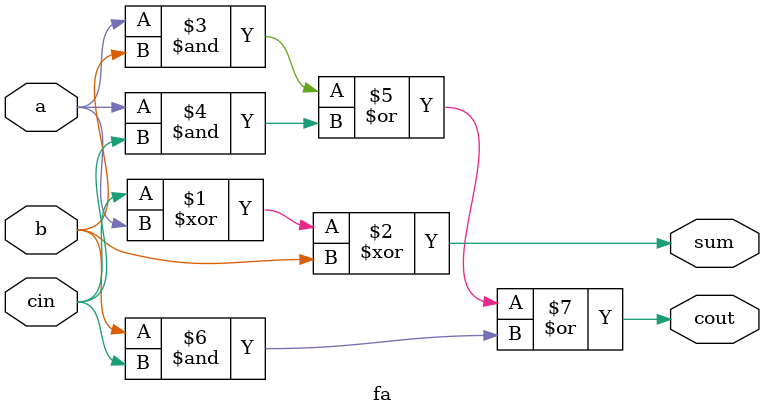
<source format=v>
module top_module( 
    input [2:0] a, b,
    input cin,
    output [2:0] cout,
    output [2:0] sum );
    
    fa U_fa_0(
        .a(a[0]),
        .b(b[0]),
        .cin(cin),
        .cout(cout[0]),
        .sum(sum[0])
    );
    fa U_fa_1(
        .a(a[1]),
        .b(b[1]),
        .cin(cout[0]),
        .cout(cout[1]),
        .sum(sum[1])
    );
    fa U_fa_2(
        .a(a[2]),
        .b(b[2]),
        .cin(cout[1]),
        .cout(cout[2]),
        .sum(sum[2])
    );

endmodule

module fa( 
    input a, b, cin,
    output cout, sum );
    
    assign sum = cin ^ a ^ b;
    assign cout = (a & b) | (a & cin) | (b & cin);

endmodule
</source>
